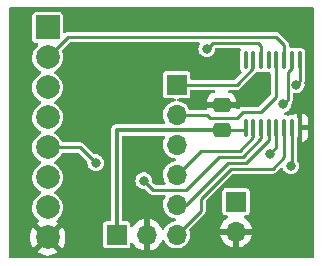
<source format=gtl>
%TF.GenerationSoftware,KiCad,Pcbnew,(6.0.11-0)*%
%TF.CreationDate,2023-09-03T14:24:23+02:00*%
%TF.ProjectId,Endstop_Levelshifter,456e6473-746f-4705-9f4c-6576656c7368,0.1*%
%TF.SameCoordinates,Original*%
%TF.FileFunction,Copper,L1,Top*%
%TF.FilePolarity,Positive*%
%FSLAX46Y46*%
G04 Gerber Fmt 4.6, Leading zero omitted, Abs format (unit mm)*
G04 Created by KiCad (PCBNEW (6.0.11-0)) date 2023-09-03 14:24:23*
%MOMM*%
%LPD*%
G01*
G04 APERTURE LIST*
G04 Aperture macros list*
%AMRoundRect*
0 Rectangle with rounded corners*
0 $1 Rounding radius*
0 $2 $3 $4 $5 $6 $7 $8 $9 X,Y pos of 4 corners*
0 Add a 4 corners polygon primitive as box body*
4,1,4,$2,$3,$4,$5,$6,$7,$8,$9,$2,$3,0*
0 Add four circle primitives for the rounded corners*
1,1,$1+$1,$2,$3*
1,1,$1+$1,$4,$5*
1,1,$1+$1,$6,$7*
1,1,$1+$1,$8,$9*
0 Add four rect primitives between the rounded corners*
20,1,$1+$1,$2,$3,$4,$5,0*
20,1,$1+$1,$4,$5,$6,$7,0*
20,1,$1+$1,$6,$7,$8,$9,0*
20,1,$1+$1,$8,$9,$2,$3,0*%
G04 Aperture macros list end*
%TA.AperFunction,ComponentPad*%
%ADD10R,2.000000X2.000000*%
%TD*%
%TA.AperFunction,ComponentPad*%
%ADD11C,2.000000*%
%TD*%
%TA.AperFunction,SMDPad,CuDef*%
%ADD12RoundRect,0.250000X0.475000X-0.337500X0.475000X0.337500X-0.475000X0.337500X-0.475000X-0.337500X0*%
%TD*%
%TA.AperFunction,ComponentPad*%
%ADD13R,1.700000X1.700000*%
%TD*%
%TA.AperFunction,ComponentPad*%
%ADD14O,1.700000X1.700000*%
%TD*%
%TA.AperFunction,SMDPad,CuDef*%
%ADD15RoundRect,0.100000X0.100000X-0.637500X0.100000X0.637500X-0.100000X0.637500X-0.100000X-0.637500X0*%
%TD*%
%TA.AperFunction,ViaPad*%
%ADD16C,0.800000*%
%TD*%
%TA.AperFunction,Conductor*%
%ADD17C,0.250000*%
%TD*%
%TA.AperFunction,Conductor*%
%ADD18C,0.350000*%
%TD*%
G04 APERTURE END LIST*
D10*
%TO.P,J1,1,Pin_1*%
%TO.N,/X-_12V*%
X90932000Y-71354000D03*
D11*
%TO.P,J1,2,Pin_2*%
%TO.N,/X+_12V*%
X90932000Y-73894000D03*
%TO.P,J1,3,Pin_3*%
%TO.N,/Y-_12V*%
X90932000Y-76434000D03*
%TO.P,J1,4,Pin_4*%
%TO.N,/Y+_12V*%
X90932000Y-78974000D03*
%TO.P,J1,5,Pin_5*%
%TO.N,/Z-_12V*%
X90932000Y-81514000D03*
%TO.P,J1,6,Pin_6*%
%TO.N,/Z+_12V*%
X90932000Y-84054000D03*
%TO.P,J1,7,Pin_7*%
%TO.N,+12V*%
X90932000Y-86594000D03*
%TO.P,J1,8,Pin_8*%
%TO.N,GND*%
X90932000Y-89134000D03*
%TD*%
D12*
%TO.P,C1,1*%
%TO.N,+3.3V*%
X105664000Y-80031500D03*
%TO.P,C1,2*%
%TO.N,GND*%
X105664000Y-77956500D03*
%TD*%
D13*
%TO.P,J4,1,Pin_1*%
%TO.N,+12V*%
X106877000Y-86096000D03*
D14*
%TO.P,J4,2,Pin_2*%
%TO.N,GND*%
X106877000Y-88636000D03*
%TD*%
D13*
%TO.P,J3,1,Pin_1*%
%TO.N,+3.3V*%
X96774000Y-88900000D03*
D14*
%TO.P,J3,2,Pin_2*%
%TO.N,GND*%
X99314000Y-88900000D03*
%TO.P,J3,3,Pin_3*%
%TO.N,/Z+_Rumba*%
X101854000Y-88900000D03*
%TD*%
D13*
%TO.P,J2,1,Pin_1*%
%TO.N,/X-_Rumba*%
X101854000Y-76200000D03*
D14*
%TO.P,J2,2,Pin_2*%
%TO.N,/X+_Rumba*%
X101854000Y-78740000D03*
%TO.P,J2,3,Pin_3*%
%TO.N,/Y-_Rumba*%
X101854000Y-81280000D03*
%TO.P,J2,4,Pin_4*%
%TO.N,/Y+_Rumba*%
X101854000Y-83820000D03*
%TO.P,J2,5,Pin_5*%
%TO.N,/Z-_Rumba*%
X101854000Y-86360000D03*
%TD*%
D15*
%TO.P,IC1,16,n.c.*%
%TO.N,unconnected-(IC1-Pad16)*%
X107707000Y-74099500D03*
%TO.P,IC1,15,6Y*%
%TO.N,/X-_Rumba*%
X108357000Y-74099500D03*
%TO.P,IC1,14,6A*%
%TO.N,/X-_12V*%
X109007000Y-74099500D03*
%TO.P,IC1,13,n.c.*%
%TO.N,unconnected-(IC1-Pad13)*%
X109657000Y-74099500D03*
%TO.P,IC1,12,5Y*%
%TO.N,/X+_Rumba*%
X110307000Y-74099500D03*
%TO.P,IC1,11,5A*%
%TO.N,/X+_12V*%
X110957000Y-74099500D03*
%TO.P,IC1,10,4Y*%
%TO.N,/Y-_Rumba*%
X111607000Y-74099500D03*
%TO.P,IC1,9,4A*%
%TO.N,/Y-_12V*%
X112257000Y-74099500D03*
%TO.P,IC1,8,GND*%
%TO.N,GND*%
X112257000Y-79824500D03*
%TO.P,IC1,7,3A*%
%TO.N,/Z+_12V*%
X111607000Y-79824500D03*
%TO.P,IC1,6,3Y*%
%TO.N,/Z+_Rumba*%
X110957000Y-79824500D03*
%TO.P,IC1,5,2A*%
%TO.N,/Z-_12V*%
X110307000Y-79824500D03*
%TO.P,IC1,4,2Y*%
%TO.N,/Z-_Rumba*%
X109657000Y-79824500D03*
%TO.P,IC1,3,1A*%
%TO.N,/Y+_12V*%
X109007000Y-79824500D03*
%TO.P,IC1,2,1Y*%
%TO.N,/Y+_Rumba*%
X108357000Y-79824500D03*
%TO.P,IC1,1,Vcc*%
%TO.N,+3.3V*%
X107707000Y-79824500D03*
%TD*%
D16*
%TO.N,GND*%
X93472000Y-79248000D03*
X93472000Y-76200000D03*
X108204000Y-76962000D03*
X103886000Y-77470000D03*
X108966000Y-75946000D03*
X99060000Y-76200000D03*
%TO.N,/X-_12V*%
X104394000Y-73152000D03*
%TO.N,/Y-_12V*%
X111976500Y-76200000D03*
%TO.N,/Z-_12V*%
X94996000Y-82804000D03*
X109728000Y-82042000D03*
%TO.N,/Z+_12V*%
X111506000Y-83058000D03*
%TO.N,/Y+_12V*%
X99060000Y-84328000D03*
%TO.N,/Y-_Rumba*%
X110871000Y-77851000D03*
%TD*%
D17*
%TO.N,/X-_12V*%
X104394000Y-73152000D02*
X104902000Y-72644000D01*
X108712000Y-72644000D02*
X109007000Y-72939000D01*
X104902000Y-72644000D02*
X108712000Y-72644000D01*
X109007000Y-72939000D02*
X109007000Y-74099500D01*
%TO.N,/Y+_12V*%
X102616000Y-85090000D02*
X105410000Y-82296000D01*
X99060000Y-84328000D02*
X99822000Y-85090000D01*
X99822000Y-85090000D02*
X102616000Y-85090000D01*
X105410000Y-82296000D02*
X107442000Y-82296000D01*
X107442000Y-82296000D02*
X109007000Y-80731000D01*
X109007000Y-80731000D02*
X109007000Y-79824500D01*
%TO.N,/Y-_12V*%
X111976500Y-76200000D02*
X112257000Y-75919500D01*
X112257000Y-75919500D02*
X112257000Y-74099500D01*
%TO.N,/Y-_Rumba*%
X110871000Y-77851000D02*
X111252000Y-77470000D01*
X111252000Y-77470000D02*
X111252000Y-75143041D01*
X111252000Y-75143041D02*
X111607000Y-74788041D01*
X111607000Y-74788041D02*
X111607000Y-74099500D01*
%TO.N,/Z-_12V*%
X94996000Y-82804000D02*
X93706000Y-81514000D01*
X93706000Y-81514000D02*
X90932000Y-81514000D01*
%TO.N,/X+_12V*%
X90932000Y-73894000D02*
X92690000Y-72136000D01*
X92690000Y-72136000D02*
X110236000Y-72136000D01*
X110236000Y-72136000D02*
X110957000Y-72857000D01*
X110957000Y-72857000D02*
X110957000Y-74099500D01*
D18*
%TO.N,+3.3V*%
X105664000Y-80031500D02*
X96774000Y-80031500D01*
X96774000Y-80031500D02*
X96774000Y-88900000D01*
D17*
%TO.N,/Z-_12V*%
X110307000Y-79824500D02*
X110307000Y-81463000D01*
X110307000Y-81463000D02*
X109728000Y-82042000D01*
%TO.N,/Z-_Rumba*%
X101854000Y-86360000D02*
X102616000Y-86360000D01*
X102616000Y-86360000D02*
X106172000Y-82804000D01*
X106172000Y-82804000D02*
X107696000Y-82804000D01*
X109657000Y-80843000D02*
X109657000Y-79824500D01*
X107696000Y-82804000D02*
X109657000Y-80843000D01*
%TO.N,/Z+_Rumba*%
X101854000Y-88900000D02*
X103886000Y-86868000D01*
X103886000Y-86868000D02*
X103886000Y-85852000D01*
X106426000Y-83312000D02*
X109982000Y-83312000D01*
X109982000Y-83312000D02*
X110957000Y-82337000D01*
X103886000Y-85852000D02*
X106426000Y-83312000D01*
X110957000Y-82337000D02*
X110957000Y-79824500D01*
%TO.N,/Z+_12V*%
X111506000Y-83058000D02*
X111607000Y-82957000D01*
X111607000Y-82957000D02*
X111607000Y-79824500D01*
%TO.N,/X-_Rumba*%
X101854000Y-76200000D02*
X106945041Y-76200000D01*
X106945041Y-76200000D02*
X108357000Y-74788041D01*
X108357000Y-74788041D02*
X108357000Y-74099500D01*
%TO.N,/X+_Rumba*%
X110307000Y-74099500D02*
X110236000Y-74170500D01*
X104648000Y-78994000D02*
X104394000Y-78740000D01*
X110236000Y-74170500D02*
X110236000Y-77216000D01*
X110236000Y-77216000D02*
X108966000Y-78486000D01*
X108966000Y-78486000D02*
X107442000Y-78486000D01*
X107442000Y-78486000D02*
X106934000Y-78994000D01*
X106934000Y-78994000D02*
X104648000Y-78994000D01*
X104394000Y-78740000D02*
X101854000Y-78740000D01*
%TO.N,+3.3V*%
X105664000Y-80031500D02*
X107500000Y-80031500D01*
X107500000Y-80031500D02*
X107707000Y-79824500D01*
%TO.N,/Y+_Rumba*%
X103886000Y-81788000D02*
X107188000Y-81788000D01*
X107188000Y-81788000D02*
X108357000Y-80619000D01*
X101854000Y-83820000D02*
X103886000Y-81788000D01*
X108357000Y-80619000D02*
X108357000Y-79824500D01*
%TD*%
%TA.AperFunction,Conductor*%
%TO.N,GND*%
G36*
X113433621Y-69662502D02*
G01*
X113480114Y-69716158D01*
X113491500Y-69768500D01*
X113491500Y-90759500D01*
X113471498Y-90827621D01*
X113417842Y-90874114D01*
X113365500Y-90885500D01*
X91104211Y-90885500D01*
X91036090Y-90865498D01*
X90989597Y-90811842D01*
X90979493Y-90741568D01*
X91008987Y-90676988D01*
X91068713Y-90638604D01*
X91094325Y-90633888D01*
X91163699Y-90628428D01*
X91173446Y-90626885D01*
X91394627Y-90573783D01*
X91404012Y-90570734D01*
X91614163Y-90483687D01*
X91622958Y-90479205D01*
X91790445Y-90376568D01*
X91799907Y-90366110D01*
X91796124Y-90357334D01*
X90944812Y-89506022D01*
X90930868Y-89498408D01*
X90929035Y-89498539D01*
X90922420Y-89502790D01*
X90070920Y-90354290D01*
X90064160Y-90366670D01*
X90069887Y-90374320D01*
X90241042Y-90479205D01*
X90249837Y-90483687D01*
X90459988Y-90570734D01*
X90469373Y-90573783D01*
X90690554Y-90626885D01*
X90700301Y-90628428D01*
X90769675Y-90633888D01*
X90836016Y-90659173D01*
X90878156Y-90716311D01*
X90882715Y-90787161D01*
X90848246Y-90849229D01*
X90785693Y-90882809D01*
X90759789Y-90885500D01*
X87802500Y-90885500D01*
X87734379Y-90865498D01*
X87687886Y-90811842D01*
X87676500Y-90759500D01*
X87676500Y-89138930D01*
X89419725Y-89138930D01*
X89437572Y-89365699D01*
X89439115Y-89375446D01*
X89492217Y-89596627D01*
X89495266Y-89606012D01*
X89582313Y-89816163D01*
X89586795Y-89824958D01*
X89689432Y-89992445D01*
X89699890Y-90001907D01*
X89708666Y-89998124D01*
X90559978Y-89146812D01*
X90566356Y-89135132D01*
X91296408Y-89135132D01*
X91296539Y-89136965D01*
X91300790Y-89143580D01*
X92152290Y-89995080D01*
X92164670Y-90001840D01*
X92172320Y-89996113D01*
X92277205Y-89824958D01*
X92281687Y-89816163D01*
X92368734Y-89606012D01*
X92371783Y-89596627D01*
X92424885Y-89375446D01*
X92426428Y-89365699D01*
X92444275Y-89138930D01*
X92444275Y-89129070D01*
X92426428Y-88902301D01*
X92424885Y-88892554D01*
X92371783Y-88671373D01*
X92368734Y-88661988D01*
X92281687Y-88451837D01*
X92277205Y-88443042D01*
X92174568Y-88275555D01*
X92164110Y-88266093D01*
X92155334Y-88269876D01*
X91304022Y-89121188D01*
X91296408Y-89135132D01*
X90566356Y-89135132D01*
X90567592Y-89132868D01*
X90567461Y-89131035D01*
X90563210Y-89124420D01*
X89711710Y-88272920D01*
X89699330Y-88266160D01*
X89691680Y-88271887D01*
X89586795Y-88443042D01*
X89582313Y-88451837D01*
X89495266Y-88661988D01*
X89492217Y-88671373D01*
X89439115Y-88892554D01*
X89437572Y-88902301D01*
X89419725Y-89129070D01*
X89419725Y-89138930D01*
X87676500Y-89138930D01*
X87676500Y-86594000D01*
X89626532Y-86594000D01*
X89646365Y-86820692D01*
X89647789Y-86826005D01*
X89647789Y-86826007D01*
X89700440Y-87022502D01*
X89705261Y-87040496D01*
X89707583Y-87045476D01*
X89707584Y-87045478D01*
X89781013Y-87202945D01*
X89801432Y-87246734D01*
X89931953Y-87433139D01*
X90092861Y-87594047D01*
X90134925Y-87623500D01*
X90152917Y-87636098D01*
X90197245Y-87691555D01*
X90204554Y-87762174D01*
X90172523Y-87825535D01*
X90146481Y-87846744D01*
X90073552Y-87891435D01*
X90064093Y-87901890D01*
X90067876Y-87910666D01*
X90919188Y-88761978D01*
X90933132Y-88769592D01*
X90934965Y-88769461D01*
X90941580Y-88765210D01*
X91793080Y-87913710D01*
X91799840Y-87901330D01*
X91794115Y-87893682D01*
X91717519Y-87846744D01*
X91669888Y-87794096D01*
X91658281Y-87724055D01*
X91686384Y-87658857D01*
X91711083Y-87636098D01*
X91729075Y-87623500D01*
X91771139Y-87594047D01*
X91932047Y-87433139D01*
X92062568Y-87246734D01*
X92082988Y-87202945D01*
X92156416Y-87045478D01*
X92156417Y-87045476D01*
X92158739Y-87040496D01*
X92163561Y-87022502D01*
X92216211Y-86826007D01*
X92216211Y-86826005D01*
X92217635Y-86820692D01*
X92237468Y-86594000D01*
X92217635Y-86367308D01*
X92211907Y-86345929D01*
X92160162Y-86152814D01*
X92160161Y-86152812D01*
X92158739Y-86147504D01*
X92143235Y-86114256D01*
X92064891Y-85946247D01*
X92064889Y-85946244D01*
X92062568Y-85941266D01*
X91932047Y-85754861D01*
X91771139Y-85593953D01*
X91584734Y-85463432D01*
X91579756Y-85461111D01*
X91579753Y-85461109D01*
X91540984Y-85443031D01*
X91530613Y-85438195D01*
X91477328Y-85391278D01*
X91457867Y-85323000D01*
X91478409Y-85255041D01*
X91530613Y-85209805D01*
X91579753Y-85186891D01*
X91579756Y-85186889D01*
X91584734Y-85184568D01*
X91771139Y-85054047D01*
X91932047Y-84893139D01*
X92062568Y-84706734D01*
X92089791Y-84648356D01*
X92156416Y-84505478D01*
X92156417Y-84505476D01*
X92158739Y-84500496D01*
X92180132Y-84420658D01*
X92216211Y-84286007D01*
X92216211Y-84286005D01*
X92217635Y-84280692D01*
X92237468Y-84054000D01*
X92217635Y-83827308D01*
X92211429Y-83804148D01*
X92160162Y-83612814D01*
X92160161Y-83612812D01*
X92158739Y-83607504D01*
X92119890Y-83524193D01*
X92064891Y-83406247D01*
X92064889Y-83406244D01*
X92062568Y-83401266D01*
X91932047Y-83214861D01*
X91771139Y-83053953D01*
X91584734Y-82923432D01*
X91579756Y-82921111D01*
X91579753Y-82921109D01*
X91530613Y-82898195D01*
X91477328Y-82851278D01*
X91457867Y-82783000D01*
X91478409Y-82715041D01*
X91530613Y-82669805D01*
X91579753Y-82646891D01*
X91579756Y-82646889D01*
X91584734Y-82644568D01*
X91771139Y-82514047D01*
X91932047Y-82353139D01*
X92062568Y-82166734D01*
X92064891Y-82161753D01*
X92134606Y-82012250D01*
X92181524Y-81958965D01*
X92248801Y-81939500D01*
X93477562Y-81939500D01*
X93545683Y-81959502D01*
X93566657Y-81976405D01*
X94257680Y-82667428D01*
X94291706Y-82729740D01*
X94293507Y-82772967D01*
X94290394Y-82796611D01*
X94308999Y-82965135D01*
X94332438Y-83029185D01*
X94355025Y-83090905D01*
X94367266Y-83124356D01*
X94371502Y-83130659D01*
X94371502Y-83130660D01*
X94384574Y-83150113D01*
X94461830Y-83265083D01*
X94467442Y-83270190D01*
X94467445Y-83270193D01*
X94581612Y-83374077D01*
X94581616Y-83374080D01*
X94587233Y-83379191D01*
X94593906Y-83382814D01*
X94593910Y-83382817D01*
X94729558Y-83456467D01*
X94729560Y-83456468D01*
X94736235Y-83460092D01*
X94743584Y-83462020D01*
X94892883Y-83501188D01*
X94892885Y-83501188D01*
X94900233Y-83503116D01*
X94986609Y-83504473D01*
X95062161Y-83505660D01*
X95062164Y-83505660D01*
X95069760Y-83505779D01*
X95077165Y-83504083D01*
X95077166Y-83504083D01*
X95137586Y-83490245D01*
X95235029Y-83467928D01*
X95386498Y-83391747D01*
X95515423Y-83281634D01*
X95614361Y-83143947D01*
X95622237Y-83124356D01*
X95674766Y-82993687D01*
X95674767Y-82993685D01*
X95677601Y-82986634D01*
X95686926Y-82921109D01*
X95700909Y-82822862D01*
X95700909Y-82822859D01*
X95701490Y-82818778D01*
X95701645Y-82804000D01*
X95681276Y-82635680D01*
X95621345Y-82477077D01*
X95571349Y-82404333D01*
X95529614Y-82343608D01*
X95529613Y-82343607D01*
X95525312Y-82337349D01*
X95519641Y-82332296D01*
X95404392Y-82229612D01*
X95404388Y-82229610D01*
X95398721Y-82224560D01*
X95377833Y-82213500D01*
X95310665Y-82177937D01*
X95248881Y-82145224D01*
X95084441Y-82103919D01*
X95076843Y-82103879D01*
X95076841Y-82103879D01*
X94979216Y-82103368D01*
X94948487Y-82103207D01*
X94880472Y-82082849D01*
X94860052Y-82066304D01*
X93959220Y-81165472D01*
X93937837Y-81154577D01*
X93920991Y-81144253D01*
X93909604Y-81135980D01*
X93901581Y-81130151D01*
X93892150Y-81127087D01*
X93892147Y-81127085D01*
X93878763Y-81122736D01*
X93860502Y-81115172D01*
X93847964Y-81108784D01*
X93847963Y-81108784D01*
X93839126Y-81104281D01*
X93815429Y-81100528D01*
X93796210Y-81095914D01*
X93773393Y-81088500D01*
X92248801Y-81088500D01*
X92180680Y-81068498D01*
X92134606Y-81015750D01*
X92064891Y-80866247D01*
X92064889Y-80866244D01*
X92062568Y-80861266D01*
X91932047Y-80674861D01*
X91771139Y-80513953D01*
X91584734Y-80383432D01*
X91579756Y-80381111D01*
X91579753Y-80381109D01*
X91530613Y-80358195D01*
X91477328Y-80311278D01*
X91457867Y-80243000D01*
X91478409Y-80175041D01*
X91530613Y-80129805D01*
X91579753Y-80106891D01*
X91579756Y-80106889D01*
X91584734Y-80104568D01*
X91771139Y-79974047D01*
X91932047Y-79813139D01*
X92062568Y-79626734D01*
X92065697Y-79620025D01*
X92156416Y-79425478D01*
X92156417Y-79425476D01*
X92158739Y-79420496D01*
X92163235Y-79403719D01*
X92216211Y-79206007D01*
X92216211Y-79206005D01*
X92217635Y-79200692D01*
X92237468Y-78974000D01*
X92217635Y-78747308D01*
X92210575Y-78720960D01*
X92160162Y-78532814D01*
X92160161Y-78532812D01*
X92158739Y-78527504D01*
X92117351Y-78438747D01*
X92064891Y-78326247D01*
X92064889Y-78326244D01*
X92062568Y-78321266D01*
X91932047Y-78134861D01*
X91771139Y-77973953D01*
X91584734Y-77843432D01*
X91579756Y-77841111D01*
X91579753Y-77841109D01*
X91530613Y-77818195D01*
X91477328Y-77771278D01*
X91457867Y-77703000D01*
X91478409Y-77635041D01*
X91530613Y-77589805D01*
X91579753Y-77566891D01*
X91579756Y-77566889D01*
X91584734Y-77564568D01*
X91771139Y-77434047D01*
X91932047Y-77273139D01*
X92062568Y-77086734D01*
X92077048Y-77055683D01*
X92156416Y-76885478D01*
X92156417Y-76885476D01*
X92158739Y-76880496D01*
X92160910Y-76872396D01*
X92216211Y-76666007D01*
X92216211Y-76666005D01*
X92217635Y-76660692D01*
X92237468Y-76434000D01*
X92217635Y-76207308D01*
X92158739Y-75987504D01*
X92062568Y-75781266D01*
X91932047Y-75594861D01*
X91771139Y-75433953D01*
X91584734Y-75303432D01*
X91579756Y-75301111D01*
X91579753Y-75301109D01*
X91530613Y-75278195D01*
X91477328Y-75231278D01*
X91457867Y-75163000D01*
X91478409Y-75095041D01*
X91530613Y-75049805D01*
X91531268Y-75049500D01*
X91550326Y-75040613D01*
X91579753Y-75026891D01*
X91579756Y-75026889D01*
X91584734Y-75024568D01*
X91771139Y-74894047D01*
X91932047Y-74733139D01*
X92062568Y-74546734D01*
X92158739Y-74340496D01*
X92217635Y-74120692D01*
X92237468Y-73894000D01*
X92217635Y-73667308D01*
X92203106Y-73613083D01*
X92160162Y-73452814D01*
X92160161Y-73452812D01*
X92158739Y-73447504D01*
X92156416Y-73442522D01*
X92156414Y-73442516D01*
X92139261Y-73405731D01*
X92128600Y-73335539D01*
X92157581Y-73270726D01*
X92164361Y-73263387D01*
X92829343Y-72598405D01*
X92891655Y-72564379D01*
X92918438Y-72561500D01*
X103710208Y-72561500D01*
X103778329Y-72581502D01*
X103824822Y-72635158D01*
X103834926Y-72705432D01*
X103813295Y-72759951D01*
X103772113Y-72818547D01*
X103710524Y-72976513D01*
X103709532Y-72984046D01*
X103709532Y-72984047D01*
X103689798Y-73133950D01*
X103688394Y-73144611D01*
X103706999Y-73313135D01*
X103712387Y-73327858D01*
X103758115Y-73452814D01*
X103765266Y-73472356D01*
X103769502Y-73478659D01*
X103769502Y-73478660D01*
X103782574Y-73498113D01*
X103859830Y-73613083D01*
X103865442Y-73618190D01*
X103865445Y-73618193D01*
X103979612Y-73722077D01*
X103979616Y-73722080D01*
X103985233Y-73727191D01*
X103991906Y-73730814D01*
X103991910Y-73730817D01*
X104127558Y-73804467D01*
X104127560Y-73804468D01*
X104134235Y-73808092D01*
X104141584Y-73810020D01*
X104290883Y-73849188D01*
X104290885Y-73849188D01*
X104298233Y-73851116D01*
X104384609Y-73852473D01*
X104460161Y-73853660D01*
X104460164Y-73853660D01*
X104467760Y-73853779D01*
X104475165Y-73852083D01*
X104475166Y-73852083D01*
X104535586Y-73838245D01*
X104633029Y-73815928D01*
X104784498Y-73739747D01*
X104913423Y-73629634D01*
X105012361Y-73491947D01*
X105020237Y-73472356D01*
X105072766Y-73341687D01*
X105072767Y-73341685D01*
X105075601Y-73334634D01*
X105097929Y-73177747D01*
X105127330Y-73113124D01*
X105187001Y-73074655D01*
X105222672Y-73069500D01*
X107151884Y-73069500D01*
X107220005Y-73089502D01*
X107266498Y-73143158D01*
X107276602Y-73213432D01*
X107264151Y-73252702D01*
X107221354Y-73336696D01*
X107206500Y-73430481D01*
X107206501Y-74768518D01*
X107221354Y-74862304D01*
X107278950Y-74975342D01*
X107334356Y-75030748D01*
X107368382Y-75093060D01*
X107363317Y-75163875D01*
X107334360Y-75208933D01*
X106805696Y-75737597D01*
X106743386Y-75771621D01*
X106716603Y-75774500D01*
X103130500Y-75774500D01*
X103062379Y-75754498D01*
X103015886Y-75700842D01*
X103004500Y-75648500D01*
X103004500Y-75305354D01*
X103001382Y-75279154D01*
X102971179Y-75211156D01*
X102960663Y-75187482D01*
X102955939Y-75176847D01*
X102944072Y-75165000D01*
X102899733Y-75120739D01*
X102876713Y-75097759D01*
X102866076Y-75093056D01*
X102866074Y-75093055D01*
X102802728Y-75065050D01*
X102774327Y-75052494D01*
X102748646Y-75049500D01*
X100959354Y-75049500D01*
X100955650Y-75049941D01*
X100955647Y-75049941D01*
X100948254Y-75050821D01*
X100933154Y-75052618D01*
X100924514Y-75056456D01*
X100924513Y-75056456D01*
X100889861Y-75071848D01*
X100830847Y-75098061D01*
X100822628Y-75106294D01*
X100822627Y-75106295D01*
X100794953Y-75134018D01*
X100751759Y-75177287D01*
X100747056Y-75187924D01*
X100747055Y-75187926D01*
X100727146Y-75232959D01*
X100706494Y-75279673D01*
X100703500Y-75305354D01*
X100703500Y-77094646D01*
X100706618Y-77120846D01*
X100710456Y-77129486D01*
X100710456Y-77129487D01*
X100720563Y-77152240D01*
X100752061Y-77223153D01*
X100831287Y-77302241D01*
X100841924Y-77306944D01*
X100841926Y-77306945D01*
X100901462Y-77333265D01*
X100933673Y-77347506D01*
X100959354Y-77350500D01*
X101668988Y-77350500D01*
X101737109Y-77370502D01*
X101783602Y-77424158D01*
X101793706Y-77494432D01*
X101764212Y-77559012D01*
X101704486Y-77597396D01*
X101690326Y-77600680D01*
X101560650Y-77622962D01*
X101560649Y-77622962D01*
X101554953Y-77623941D01*
X101356575Y-77697127D01*
X101351614Y-77700079D01*
X101351613Y-77700079D01*
X101334089Y-77710505D01*
X101174856Y-77805238D01*
X101015881Y-77944655D01*
X100884976Y-78110708D01*
X100882287Y-78115819D01*
X100882285Y-78115822D01*
X100868792Y-78141469D01*
X100786523Y-78297836D01*
X100723820Y-78499773D01*
X100698967Y-78709754D01*
X100712796Y-78920749D01*
X100714217Y-78926345D01*
X100714218Y-78926350D01*
X100738168Y-79020652D01*
X100764845Y-79125690D01*
X100767262Y-79130933D01*
X100803692Y-79209955D01*
X100853369Y-79317714D01*
X100856700Y-79322427D01*
X100856705Y-79322436D01*
X100881331Y-79357281D01*
X100904312Y-79424455D01*
X100887327Y-79493390D01*
X100835769Y-79542199D01*
X100778434Y-79556000D01*
X96782095Y-79556000D01*
X96781325Y-79555998D01*
X96780437Y-79555993D01*
X96708804Y-79555555D01*
X96700174Y-79558021D01*
X96700170Y-79558022D01*
X96682753Y-79563000D01*
X96665992Y-79566578D01*
X96648059Y-79569146D01*
X96648058Y-79569146D01*
X96639171Y-79570419D01*
X96630998Y-79574135D01*
X96617867Y-79580105D01*
X96600343Y-79586553D01*
X96577842Y-79592984D01*
X96558401Y-79605250D01*
X96554932Y-79607439D01*
X96539849Y-79615577D01*
X96523357Y-79623075D01*
X96523351Y-79623079D01*
X96515180Y-79626794D01*
X96508376Y-79632656D01*
X96508377Y-79632656D01*
X96497449Y-79642072D01*
X96482442Y-79653177D01*
X96462650Y-79665665D01*
X96456708Y-79672393D01*
X96456707Y-79672394D01*
X96444711Y-79685977D01*
X96432524Y-79698016D01*
X96411996Y-79715704D01*
X96407112Y-79723239D01*
X96399267Y-79735342D01*
X96387976Y-79750217D01*
X96372487Y-79767755D01*
X96368672Y-79775881D01*
X96360974Y-79792277D01*
X96352652Y-79807260D01*
X96337913Y-79829999D01*
X96335341Y-79838600D01*
X96331209Y-79852417D01*
X96324548Y-79869861D01*
X96314601Y-79891048D01*
X96313221Y-79899914D01*
X96310432Y-79917823D01*
X96306649Y-79934538D01*
X96298887Y-79960494D01*
X96298832Y-79969470D01*
X96298832Y-79969471D01*
X96298690Y-79992746D01*
X96298662Y-79993416D01*
X96298500Y-79994456D01*
X96298500Y-80023405D01*
X96298498Y-80024175D01*
X96298055Y-80096696D01*
X96298419Y-80097969D01*
X96298500Y-80099160D01*
X96298500Y-87623500D01*
X96278498Y-87691621D01*
X96224842Y-87738114D01*
X96172500Y-87749500D01*
X95879354Y-87749500D01*
X95875650Y-87749941D01*
X95875647Y-87749941D01*
X95868254Y-87750821D01*
X95853154Y-87752618D01*
X95844514Y-87756456D01*
X95844513Y-87756456D01*
X95782041Y-87784205D01*
X95750847Y-87798061D01*
X95742628Y-87806294D01*
X95742627Y-87806295D01*
X95723421Y-87825535D01*
X95671759Y-87877287D01*
X95667056Y-87887924D01*
X95667055Y-87887926D01*
X95657002Y-87910666D01*
X95626494Y-87979673D01*
X95623500Y-88005354D01*
X95623500Y-89794646D01*
X95626618Y-89820846D01*
X95630456Y-89829486D01*
X95630456Y-89829487D01*
X95664527Y-89906191D01*
X95672061Y-89923153D01*
X95680294Y-89931372D01*
X95680295Y-89931373D01*
X95706363Y-89957395D01*
X95751287Y-90002241D01*
X95761924Y-90006944D01*
X95761926Y-90006945D01*
X95799382Y-90023504D01*
X95853673Y-90047506D01*
X95879354Y-90050500D01*
X97668646Y-90050500D01*
X97672350Y-90050059D01*
X97672353Y-90050059D01*
X97679746Y-90049179D01*
X97694846Y-90047382D01*
X97797153Y-90001939D01*
X97806631Y-89992445D01*
X97868023Y-89930945D01*
X97876241Y-89922713D01*
X97883546Y-89906191D01*
X97907265Y-89852538D01*
X97921506Y-89820327D01*
X97924500Y-89794646D01*
X97924500Y-89678493D01*
X97944502Y-89610372D01*
X97998158Y-89563879D01*
X98068432Y-89553775D01*
X98133012Y-89583269D01*
X98157933Y-89612658D01*
X98211694Y-89700388D01*
X98217777Y-89708699D01*
X98357213Y-89869667D01*
X98364580Y-89876883D01*
X98528434Y-90012916D01*
X98536881Y-90018831D01*
X98720756Y-90126279D01*
X98730042Y-90130729D01*
X98929001Y-90206703D01*
X98938899Y-90209579D01*
X99042250Y-90230606D01*
X99056299Y-90229410D01*
X99060000Y-90219065D01*
X99060000Y-87583102D01*
X99056082Y-87569758D01*
X99041806Y-87567771D01*
X99003324Y-87573660D01*
X98993288Y-87576051D01*
X98790868Y-87642212D01*
X98781359Y-87646209D01*
X98592463Y-87744542D01*
X98583738Y-87750036D01*
X98413433Y-87877905D01*
X98405726Y-87884748D01*
X98258590Y-88038717D01*
X98252104Y-88046727D01*
X98154588Y-88189680D01*
X98099677Y-88234683D01*
X98029152Y-88242854D01*
X97965405Y-88211600D01*
X97928675Y-88150843D01*
X97924500Y-88118676D01*
X97924500Y-88005354D01*
X97921382Y-87979154D01*
X97875939Y-87876847D01*
X97845784Y-87846744D01*
X97804945Y-87805977D01*
X97796713Y-87797759D01*
X97786076Y-87793056D01*
X97786074Y-87793055D01*
X97716222Y-87762174D01*
X97694327Y-87752494D01*
X97668646Y-87749500D01*
X97375500Y-87749500D01*
X97307379Y-87729498D01*
X97260886Y-87675842D01*
X97249500Y-87623500D01*
X97249500Y-80633000D01*
X97269502Y-80564879D01*
X97323158Y-80518386D01*
X97375500Y-80507000D01*
X100751918Y-80507000D01*
X100820039Y-80527002D01*
X100866532Y-80580658D01*
X100876636Y-80650932D01*
X100863426Y-80691667D01*
X100786523Y-80837836D01*
X100723820Y-81039773D01*
X100698967Y-81249754D01*
X100712796Y-81460749D01*
X100714217Y-81466345D01*
X100714218Y-81466350D01*
X100736784Y-81555200D01*
X100764845Y-81665690D01*
X100767262Y-81670933D01*
X100803692Y-81749955D01*
X100853369Y-81857714D01*
X100975405Y-82030391D01*
X101126865Y-82177937D01*
X101131661Y-82181142D01*
X101131664Y-82181144D01*
X101217471Y-82238478D01*
X101302677Y-82295411D01*
X101307985Y-82297692D01*
X101307986Y-82297692D01*
X101491650Y-82376600D01*
X101491653Y-82376601D01*
X101496953Y-82378878D01*
X101502582Y-82380152D01*
X101502583Y-82380152D01*
X101697550Y-82424269D01*
X101697553Y-82424269D01*
X101703186Y-82425544D01*
X101708958Y-82425771D01*
X101714687Y-82426525D01*
X101714327Y-82429257D01*
X101770604Y-82448216D01*
X101814950Y-82503659D01*
X101822282Y-82574276D01*
X101790271Y-82637647D01*
X101729081Y-82673651D01*
X101719704Y-82675632D01*
X101560650Y-82702962D01*
X101560649Y-82702962D01*
X101554953Y-82703941D01*
X101356575Y-82777127D01*
X101351614Y-82780079D01*
X101351613Y-82780079D01*
X101186266Y-82878450D01*
X101174856Y-82885238D01*
X101015881Y-83024655D01*
X100884976Y-83190708D01*
X100882287Y-83195819D01*
X100882285Y-83195822D01*
X100854998Y-83247687D01*
X100786523Y-83377836D01*
X100723820Y-83579773D01*
X100698967Y-83789754D01*
X100703705Y-83862045D01*
X100712390Y-83994547D01*
X100712796Y-84000749D01*
X100714217Y-84006345D01*
X100714218Y-84006350D01*
X100751356Y-84152577D01*
X100764845Y-84205690D01*
X100767262Y-84210933D01*
X100821305Y-84328161D01*
X100853369Y-84397714D01*
X100856702Y-84402430D01*
X100901473Y-84465780D01*
X100924454Y-84532954D01*
X100907469Y-84601889D01*
X100855912Y-84650699D01*
X100798576Y-84664500D01*
X100050438Y-84664500D01*
X99982317Y-84644498D01*
X99961343Y-84627595D01*
X99798925Y-84465177D01*
X99764899Y-84402865D01*
X99763277Y-84358329D01*
X99764909Y-84346863D01*
X99764909Y-84346857D01*
X99765490Y-84342778D01*
X99765645Y-84328000D01*
X99763840Y-84313080D01*
X99750844Y-84205690D01*
X99745276Y-84159680D01*
X99685345Y-84001077D01*
X99589312Y-83861349D01*
X99557256Y-83832788D01*
X99468392Y-83753612D01*
X99468388Y-83753610D01*
X99462721Y-83748560D01*
X99441833Y-83737500D01*
X99382955Y-83706326D01*
X99312881Y-83669224D01*
X99148441Y-83627919D01*
X99140843Y-83627879D01*
X99140841Y-83627879D01*
X99063668Y-83627475D01*
X98978895Y-83627031D01*
X98971508Y-83628805D01*
X98971504Y-83628805D01*
X98839373Y-83660528D01*
X98814032Y-83666612D01*
X98807288Y-83670093D01*
X98807285Y-83670094D01*
X98682627Y-83734435D01*
X98663369Y-83744375D01*
X98657647Y-83749367D01*
X98657645Y-83749368D01*
X98648627Y-83757235D01*
X98535604Y-83855831D01*
X98438113Y-83994547D01*
X98376524Y-84152513D01*
X98375532Y-84160046D01*
X98375532Y-84160047D01*
X98358950Y-84286007D01*
X98354394Y-84320611D01*
X98372999Y-84489135D01*
X98375609Y-84496266D01*
X98423669Y-84627595D01*
X98431266Y-84648356D01*
X98525830Y-84789083D01*
X98531442Y-84794190D01*
X98531445Y-84794193D01*
X98645612Y-84898077D01*
X98645616Y-84898080D01*
X98651233Y-84903191D01*
X98657906Y-84906814D01*
X98657910Y-84906817D01*
X98793558Y-84980467D01*
X98793560Y-84980468D01*
X98800235Y-84984092D01*
X98807584Y-84986020D01*
X98956883Y-85025188D01*
X98956885Y-85025188D01*
X98964233Y-85027116D01*
X99049172Y-85028450D01*
X99109422Y-85029397D01*
X99177220Y-85050466D01*
X99196538Y-85066286D01*
X99568780Y-85438528D01*
X99590156Y-85449419D01*
X99607011Y-85459749D01*
X99616423Y-85466587D01*
X99626419Y-85473850D01*
X99649237Y-85481264D01*
X99667498Y-85488827D01*
X99688874Y-85499719D01*
X99698665Y-85501270D01*
X99698672Y-85501272D01*
X99712569Y-85503473D01*
X99731788Y-85508087D01*
X99745173Y-85512436D01*
X99745180Y-85512437D01*
X99754607Y-85515500D01*
X100794857Y-85515500D01*
X100862978Y-85535502D01*
X100909471Y-85589158D01*
X100919575Y-85659432D01*
X100893807Y-85719506D01*
X100884976Y-85730708D01*
X100882287Y-85735819D01*
X100882285Y-85735822D01*
X100832400Y-85830638D01*
X100786523Y-85917836D01*
X100723820Y-86119773D01*
X100698967Y-86329754D01*
X100712796Y-86540749D01*
X100714217Y-86546345D01*
X100714218Y-86546350D01*
X100751146Y-86691752D01*
X100764845Y-86745690D01*
X100767262Y-86750933D01*
X100803692Y-86829955D01*
X100853369Y-86937714D01*
X100975405Y-87110391D01*
X100993721Y-87128234D01*
X101115125Y-87246500D01*
X101126865Y-87257937D01*
X101131661Y-87261142D01*
X101131664Y-87261144D01*
X101218885Y-87319423D01*
X101302677Y-87375411D01*
X101307985Y-87377692D01*
X101307986Y-87377692D01*
X101491650Y-87456600D01*
X101491653Y-87456601D01*
X101496953Y-87458878D01*
X101502582Y-87460152D01*
X101502583Y-87460152D01*
X101697550Y-87504269D01*
X101697553Y-87504269D01*
X101703186Y-87505544D01*
X101708958Y-87505771D01*
X101714687Y-87506525D01*
X101714327Y-87509257D01*
X101770604Y-87528216D01*
X101814950Y-87583659D01*
X101822282Y-87654276D01*
X101790271Y-87717647D01*
X101729081Y-87753651D01*
X101719705Y-87755632D01*
X101681631Y-87762174D01*
X101560650Y-87782962D01*
X101560649Y-87782962D01*
X101554953Y-87783941D01*
X101356575Y-87857127D01*
X101351614Y-87860079D01*
X101351613Y-87860079D01*
X101266584Y-87910666D01*
X101174856Y-87965238D01*
X101015881Y-88104655D01*
X100884976Y-88270708D01*
X100882287Y-88275819D01*
X100882285Y-88275822D01*
X100808155Y-88416720D01*
X100758736Y-88467692D01*
X100689603Y-88483855D01*
X100622707Y-88460076D01*
X100581097Y-88408294D01*
X100516971Y-88260814D01*
X100512105Y-88251739D01*
X100396426Y-88072926D01*
X100390136Y-88064757D01*
X100246806Y-87907240D01*
X100239273Y-87900215D01*
X100072139Y-87768222D01*
X100063552Y-87762517D01*
X99877117Y-87659599D01*
X99867705Y-87655369D01*
X99666959Y-87584280D01*
X99656988Y-87581646D01*
X99585837Y-87568972D01*
X99572540Y-87570432D01*
X99568000Y-87584989D01*
X99568000Y-90218517D01*
X99572064Y-90232359D01*
X99585478Y-90234393D01*
X99592184Y-90233534D01*
X99602262Y-90231392D01*
X99806255Y-90170191D01*
X99815842Y-90166433D01*
X100007095Y-90072739D01*
X100015945Y-90067464D01*
X100189328Y-89943792D01*
X100197200Y-89937139D01*
X100348052Y-89786812D01*
X100354730Y-89778965D01*
X100479003Y-89606020D01*
X100484313Y-89597183D01*
X100578670Y-89406267D01*
X100582019Y-89397809D01*
X100625693Y-89341836D01*
X100692696Y-89318359D01*
X100761755Y-89334835D01*
X100813597Y-89391442D01*
X100838149Y-89444699D01*
X100853369Y-89477714D01*
X100975405Y-89650391D01*
X101005586Y-89679792D01*
X101119727Y-89790983D01*
X101126865Y-89797937D01*
X101131661Y-89801142D01*
X101131664Y-89801144D01*
X101223159Y-89862279D01*
X101302677Y-89915411D01*
X101307985Y-89917692D01*
X101307986Y-89917692D01*
X101491650Y-89996600D01*
X101491653Y-89996601D01*
X101496953Y-89998878D01*
X101502582Y-90000152D01*
X101502583Y-90000152D01*
X101697550Y-90044269D01*
X101697553Y-90044269D01*
X101703186Y-90045544D01*
X101708957Y-90045771D01*
X101708959Y-90045771D01*
X101770989Y-90048208D01*
X101914470Y-90053846D01*
X101920179Y-90053018D01*
X101920183Y-90053018D01*
X102118015Y-90024333D01*
X102118019Y-90024332D01*
X102123730Y-90023504D01*
X102196276Y-89998878D01*
X102318483Y-89957395D01*
X102318488Y-89957393D01*
X102323955Y-89955537D01*
X102328998Y-89952713D01*
X102503395Y-89855046D01*
X102503399Y-89855043D01*
X102508442Y-89852219D01*
X102671012Y-89717012D01*
X102806219Y-89554442D01*
X102809043Y-89549399D01*
X102809046Y-89549395D01*
X102906713Y-89374998D01*
X102906714Y-89374996D01*
X102909537Y-89369955D01*
X102911393Y-89364488D01*
X102911395Y-89364483D01*
X102975647Y-89175200D01*
X102977504Y-89169730D01*
X102982878Y-89132672D01*
X103007314Y-88964140D01*
X103007314Y-88964138D01*
X103007846Y-88960470D01*
X103009325Y-88903966D01*
X105545257Y-88903966D01*
X105575565Y-89038446D01*
X105578645Y-89048275D01*
X105658770Y-89245603D01*
X105663413Y-89254794D01*
X105774694Y-89436388D01*
X105780777Y-89444699D01*
X105920213Y-89605667D01*
X105927580Y-89612883D01*
X106091434Y-89748916D01*
X106099881Y-89754831D01*
X106283756Y-89862279D01*
X106293042Y-89866729D01*
X106492001Y-89942703D01*
X106501899Y-89945579D01*
X106605250Y-89966606D01*
X106619299Y-89965410D01*
X106623000Y-89955065D01*
X106623000Y-89954517D01*
X107131000Y-89954517D01*
X107135064Y-89968359D01*
X107148478Y-89970393D01*
X107155184Y-89969534D01*
X107165262Y-89967392D01*
X107369255Y-89906191D01*
X107378842Y-89902433D01*
X107570095Y-89808739D01*
X107578945Y-89803464D01*
X107752328Y-89679792D01*
X107760200Y-89673139D01*
X107911052Y-89522812D01*
X107917730Y-89514965D01*
X108042003Y-89342020D01*
X108047313Y-89333183D01*
X108141670Y-89142267D01*
X108145469Y-89132672D01*
X108207377Y-88928910D01*
X108209555Y-88918837D01*
X108210986Y-88907962D01*
X108208775Y-88893778D01*
X108195617Y-88890000D01*
X107149115Y-88890000D01*
X107133876Y-88894475D01*
X107132671Y-88895865D01*
X107131000Y-88903548D01*
X107131000Y-89954517D01*
X106623000Y-89954517D01*
X106623000Y-88908115D01*
X106618525Y-88892876D01*
X106617135Y-88891671D01*
X106609452Y-88890000D01*
X105560225Y-88890000D01*
X105546694Y-88893973D01*
X105545257Y-88903966D01*
X103009325Y-88903966D01*
X103009429Y-88900000D01*
X102990081Y-88689440D01*
X102938901Y-88507968D01*
X102939661Y-88436977D01*
X102971075Y-88384673D01*
X102985565Y-88370183D01*
X105541389Y-88370183D01*
X105542912Y-88378607D01*
X105555292Y-88382000D01*
X108195344Y-88382000D01*
X108208875Y-88378027D01*
X108210180Y-88368947D01*
X108168214Y-88201875D01*
X108164894Y-88192124D01*
X108079972Y-87996814D01*
X108075105Y-87987739D01*
X107959426Y-87808926D01*
X107953136Y-87800757D01*
X107809806Y-87643240D01*
X107802273Y-87636215D01*
X107635139Y-87504222D01*
X107626552Y-87498517D01*
X107598096Y-87482808D01*
X107548125Y-87432375D01*
X107533354Y-87362932D01*
X107558471Y-87296527D01*
X107615502Y-87254243D01*
X107658990Y-87246500D01*
X107771646Y-87246500D01*
X107775350Y-87246059D01*
X107775353Y-87246059D01*
X107782746Y-87245179D01*
X107797846Y-87243382D01*
X107900153Y-87197939D01*
X107979241Y-87118713D01*
X108024506Y-87016327D01*
X108027500Y-86990646D01*
X108027500Y-85201354D01*
X108024382Y-85175154D01*
X107978939Y-85072847D01*
X107956205Y-85050152D01*
X107907945Y-85001977D01*
X107899713Y-84993759D01*
X107889076Y-84989056D01*
X107889074Y-84989055D01*
X107829538Y-84962735D01*
X107797327Y-84948494D01*
X107771646Y-84945500D01*
X105982354Y-84945500D01*
X105978650Y-84945941D01*
X105978647Y-84945941D01*
X105971254Y-84946821D01*
X105956154Y-84948618D01*
X105947514Y-84952456D01*
X105947513Y-84952456D01*
X105876290Y-84984092D01*
X105853847Y-84994061D01*
X105774759Y-85073287D01*
X105729494Y-85175673D01*
X105726500Y-85201354D01*
X105726500Y-86990646D01*
X105729618Y-87016846D01*
X105733456Y-87025486D01*
X105733456Y-87025487D01*
X105758998Y-87082991D01*
X105775061Y-87119153D01*
X105854287Y-87198241D01*
X105864924Y-87202944D01*
X105864926Y-87202945D01*
X105924462Y-87229265D01*
X105956673Y-87243506D01*
X105982354Y-87246500D01*
X106090579Y-87246500D01*
X106158700Y-87266502D01*
X106205193Y-87320158D01*
X106215297Y-87390432D01*
X106185803Y-87455012D01*
X106157719Y-87479122D01*
X106146735Y-87486039D01*
X105976433Y-87613905D01*
X105968726Y-87620748D01*
X105821590Y-87774717D01*
X105815104Y-87782727D01*
X105695098Y-87958649D01*
X105690000Y-87967623D01*
X105600338Y-88160783D01*
X105596775Y-88170470D01*
X105541389Y-88370183D01*
X102985565Y-88370183D01*
X104234528Y-87121220D01*
X104245423Y-87099837D01*
X104255747Y-87082991D01*
X104264020Y-87071604D01*
X104269849Y-87063581D01*
X104272913Y-87054150D01*
X104272915Y-87054147D01*
X104277264Y-87040763D01*
X104284828Y-87022502D01*
X104291216Y-87009964D01*
X104291216Y-87009963D01*
X104295719Y-87001126D01*
X104299472Y-86977429D01*
X104304086Y-86958210D01*
X104311500Y-86935393D01*
X104311500Y-86080438D01*
X104331502Y-86012317D01*
X104348405Y-85991343D01*
X106565343Y-83774405D01*
X106627655Y-83740379D01*
X106654438Y-83737500D01*
X110049393Y-83737500D01*
X110072210Y-83730086D01*
X110091429Y-83725472D01*
X110115126Y-83721719D01*
X110126311Y-83716020D01*
X110136502Y-83710828D01*
X110154763Y-83703264D01*
X110168147Y-83698915D01*
X110168150Y-83698913D01*
X110177581Y-83695849D01*
X110196991Y-83681747D01*
X110213837Y-83671423D01*
X110235220Y-83660528D01*
X110641270Y-83254478D01*
X110703582Y-83220452D01*
X110774397Y-83225517D01*
X110831233Y-83268064D01*
X110848690Y-83300270D01*
X110877266Y-83378356D01*
X110881502Y-83384659D01*
X110881502Y-83384660D01*
X110892661Y-83401266D01*
X110971830Y-83519083D01*
X110977442Y-83524190D01*
X110977445Y-83524193D01*
X111091612Y-83628077D01*
X111091616Y-83628080D01*
X111097233Y-83633191D01*
X111103906Y-83636814D01*
X111103910Y-83636817D01*
X111239558Y-83710467D01*
X111239560Y-83710468D01*
X111246235Y-83714092D01*
X111253584Y-83716020D01*
X111402883Y-83755188D01*
X111402885Y-83755188D01*
X111410233Y-83757116D01*
X111496609Y-83758473D01*
X111572161Y-83759660D01*
X111572164Y-83759660D01*
X111579760Y-83759779D01*
X111587165Y-83758083D01*
X111587166Y-83758083D01*
X111677037Y-83737500D01*
X111745029Y-83721928D01*
X111896498Y-83645747D01*
X112025423Y-83535634D01*
X112124361Y-83397947D01*
X112129702Y-83384660D01*
X112184766Y-83247687D01*
X112184767Y-83247685D01*
X112187601Y-83240634D01*
X112211490Y-83072778D01*
X112211645Y-83058000D01*
X112191276Y-82889680D01*
X112131345Y-82731077D01*
X112114070Y-82705942D01*
X112054660Y-82619500D01*
X112032500Y-82548133D01*
X112032500Y-81133642D01*
X112043984Y-81094529D01*
X112042695Y-81094159D01*
X112057000Y-81044347D01*
X112057000Y-81043965D01*
X112457000Y-81043965D01*
X112461044Y-81057736D01*
X112474583Y-81059765D01*
X112507533Y-81055428D01*
X112523348Y-81051190D01*
X112655993Y-80996247D01*
X112670176Y-80988059D01*
X112784080Y-80900656D01*
X112795656Y-80889080D01*
X112883059Y-80775176D01*
X112891247Y-80760993D01*
X112946190Y-80628350D01*
X112950428Y-80612532D01*
X112964462Y-80505934D01*
X112965000Y-80497725D01*
X112965000Y-80042615D01*
X112960525Y-80027376D01*
X112959135Y-80026171D01*
X112951452Y-80024500D01*
X112475115Y-80024500D01*
X112459876Y-80028975D01*
X112458671Y-80030365D01*
X112457000Y-80038048D01*
X112457000Y-81043965D01*
X112057000Y-81043965D01*
X112057000Y-80687514D01*
X112070733Y-80630312D01*
X112088144Y-80596140D01*
X112088144Y-80596139D01*
X112092646Y-80587304D01*
X112107500Y-80493519D01*
X112107499Y-79606385D01*
X112457000Y-79606385D01*
X112461475Y-79621624D01*
X112462865Y-79622829D01*
X112470548Y-79624500D01*
X112946884Y-79624500D01*
X112962123Y-79620025D01*
X112963328Y-79618635D01*
X112964999Y-79610952D01*
X112964999Y-79151277D01*
X112964461Y-79143065D01*
X112950428Y-79036467D01*
X112946190Y-79020652D01*
X112891247Y-78888007D01*
X112883059Y-78873824D01*
X112795656Y-78759920D01*
X112784080Y-78748344D01*
X112670176Y-78660941D01*
X112655993Y-78652753D01*
X112523351Y-78597811D01*
X112507531Y-78593572D01*
X112474960Y-78589284D01*
X112460778Y-78591495D01*
X112457000Y-78604652D01*
X112457000Y-79606385D01*
X112107499Y-79606385D01*
X112107499Y-79155482D01*
X112092646Y-79061696D01*
X112088143Y-79052859D01*
X112088142Y-79052855D01*
X112070733Y-79018688D01*
X112057000Y-78961486D01*
X112057000Y-78605035D01*
X112052956Y-78591264D01*
X112039417Y-78589235D01*
X112006467Y-78593572D01*
X111990652Y-78597810D01*
X111858007Y-78652753D01*
X111843824Y-78660941D01*
X111729921Y-78748343D01*
X111728662Y-78749602D01*
X111727340Y-78750324D01*
X111723370Y-78753370D01*
X111722895Y-78752751D01*
X111666348Y-78783622D01*
X111639574Y-78786500D01*
X111488026Y-78786501D01*
X111475482Y-78786501D01*
X111470589Y-78787276D01*
X111470588Y-78787276D01*
X111391494Y-78799802D01*
X111391492Y-78799803D01*
X111381696Y-78801354D01*
X111372859Y-78805857D01*
X111372855Y-78805858D01*
X111339202Y-78823005D01*
X111269425Y-78836109D01*
X111224798Y-78823005D01*
X111191140Y-78805856D01*
X111191139Y-78805856D01*
X111182304Y-78801354D01*
X111172515Y-78799804D01*
X111172513Y-78799803D01*
X111145151Y-78795470D01*
X111088519Y-78786500D01*
X111038815Y-78786500D01*
X110970694Y-78766498D01*
X110924201Y-78712842D01*
X110914097Y-78642568D01*
X110943591Y-78577988D01*
X111003317Y-78539604D01*
X111010680Y-78537682D01*
X111110029Y-78514928D01*
X111261498Y-78438747D01*
X111390423Y-78328634D01*
X111489361Y-78190947D01*
X111500104Y-78164224D01*
X111549766Y-78040687D01*
X111549767Y-78040685D01*
X111552601Y-78033634D01*
X111562103Y-77966867D01*
X111575909Y-77869862D01*
X111575909Y-77869859D01*
X111576490Y-77865778D01*
X111576645Y-77851000D01*
X111572473Y-77816528D01*
X111584145Y-77746498D01*
X111594437Y-77729311D01*
X111600528Y-77723220D01*
X111611423Y-77701837D01*
X111621747Y-77684991D01*
X111630020Y-77673604D01*
X111635849Y-77665581D01*
X111638913Y-77656150D01*
X111638915Y-77656147D01*
X111643264Y-77642763D01*
X111650828Y-77624502D01*
X111657216Y-77611964D01*
X111657216Y-77611963D01*
X111661719Y-77603126D01*
X111665472Y-77579429D01*
X111670086Y-77560210D01*
X111677500Y-77537393D01*
X111677500Y-77009118D01*
X111697502Y-76940997D01*
X111751158Y-76894504D01*
X111821432Y-76884400D01*
X111835465Y-76887240D01*
X111880733Y-76899116D01*
X111967109Y-76900473D01*
X112042661Y-76901660D01*
X112042664Y-76901660D01*
X112050260Y-76901779D01*
X112057665Y-76900083D01*
X112057666Y-76900083D01*
X112166373Y-76875186D01*
X112215529Y-76863928D01*
X112366998Y-76787747D01*
X112495923Y-76677634D01*
X112594861Y-76539947D01*
X112658101Y-76382634D01*
X112681990Y-76214778D01*
X112682145Y-76200000D01*
X112667468Y-76078715D01*
X112668106Y-76043869D01*
X112670472Y-76028930D01*
X112675086Y-76009710D01*
X112682500Y-75986893D01*
X112682500Y-75010597D01*
X112696233Y-74953394D01*
X112726472Y-74894047D01*
X112742646Y-74862304D01*
X112757500Y-74768519D01*
X112757499Y-73430482D01*
X112742646Y-73336696D01*
X112737081Y-73325773D01*
X112699849Y-73252703D01*
X112685050Y-73223658D01*
X112595342Y-73133950D01*
X112482304Y-73076354D01*
X112472515Y-73074804D01*
X112472513Y-73074803D01*
X112439029Y-73069500D01*
X112388519Y-73061500D01*
X112257027Y-73061500D01*
X112125482Y-73061501D01*
X112120589Y-73062276D01*
X112120588Y-73062276D01*
X112041494Y-73074802D01*
X112041492Y-73074803D01*
X112031696Y-73076354D01*
X112022859Y-73080857D01*
X112022855Y-73080858D01*
X111989202Y-73098005D01*
X111919425Y-73111109D01*
X111874798Y-73098005D01*
X111841140Y-73080856D01*
X111841139Y-73080856D01*
X111832304Y-73076354D01*
X111822515Y-73074804D01*
X111822513Y-73074803D01*
X111789029Y-73069500D01*
X111738519Y-73061500D01*
X111704209Y-73061500D01*
X111508501Y-73061501D01*
X111440380Y-73041499D01*
X111393887Y-72987844D01*
X111382500Y-72935501D01*
X111382500Y-72789607D01*
X111375086Y-72766790D01*
X111370472Y-72747570D01*
X111368270Y-72733668D01*
X111366719Y-72723874D01*
X111362216Y-72715036D01*
X111355828Y-72702498D01*
X111348264Y-72684237D01*
X111343915Y-72670853D01*
X111343913Y-72670850D01*
X111340849Y-72661419D01*
X111326747Y-72642009D01*
X111316423Y-72625163D01*
X111305528Y-72603780D01*
X110489220Y-71787472D01*
X110467837Y-71776577D01*
X110450991Y-71766253D01*
X110439604Y-71757980D01*
X110431581Y-71752151D01*
X110422150Y-71749087D01*
X110422147Y-71749085D01*
X110408763Y-71744736D01*
X110390502Y-71737172D01*
X110377964Y-71730784D01*
X110377963Y-71730784D01*
X110369126Y-71726281D01*
X110345429Y-71722528D01*
X110326210Y-71717914D01*
X110303393Y-71710500D01*
X92622607Y-71710500D01*
X92599790Y-71717914D01*
X92580571Y-71722528D01*
X92556874Y-71726281D01*
X92548037Y-71730784D01*
X92548036Y-71730784D01*
X92535498Y-71737172D01*
X92517237Y-71744736D01*
X92503853Y-71749085D01*
X92503850Y-71749087D01*
X92494419Y-71752151D01*
X92486396Y-71757980D01*
X92475009Y-71766253D01*
X92458163Y-71776577D01*
X92436780Y-71787472D01*
X92431372Y-71792880D01*
X92365692Y-71816314D01*
X92296541Y-71800232D01*
X92247061Y-71749318D01*
X92232500Y-71690519D01*
X92232500Y-70309354D01*
X92229382Y-70283154D01*
X92183939Y-70180847D01*
X92104713Y-70101759D01*
X92094076Y-70097056D01*
X92094074Y-70097055D01*
X92034538Y-70070735D01*
X92002327Y-70056494D01*
X91976646Y-70053500D01*
X89887354Y-70053500D01*
X89883650Y-70053941D01*
X89883647Y-70053941D01*
X89876254Y-70054821D01*
X89861154Y-70056618D01*
X89758847Y-70102061D01*
X89679759Y-70181287D01*
X89634494Y-70283673D01*
X89631500Y-70309354D01*
X89631500Y-72398646D01*
X89634618Y-72424846D01*
X89680061Y-72527153D01*
X89759287Y-72606241D01*
X89769924Y-72610944D01*
X89769926Y-72610945D01*
X89822053Y-72633990D01*
X89861673Y-72651506D01*
X89887354Y-72654500D01*
X90035215Y-72654500D01*
X90103336Y-72674502D01*
X90149829Y-72728158D01*
X90159933Y-72798432D01*
X90130439Y-72863012D01*
X90107488Y-72883711D01*
X90092861Y-72893953D01*
X89931953Y-73054861D01*
X89801432Y-73241266D01*
X89799111Y-73246244D01*
X89799109Y-73246247D01*
X89710889Y-73435434D01*
X89705261Y-73447504D01*
X89703839Y-73452812D01*
X89703838Y-73452814D01*
X89660894Y-73613083D01*
X89646365Y-73667308D01*
X89626532Y-73894000D01*
X89646365Y-74120692D01*
X89705261Y-74340496D01*
X89801432Y-74546734D01*
X89931953Y-74733139D01*
X90092861Y-74894047D01*
X90279266Y-75024568D01*
X90284244Y-75026889D01*
X90284247Y-75026891D01*
X90313674Y-75040613D01*
X90332733Y-75049500D01*
X90333387Y-75049805D01*
X90386672Y-75096722D01*
X90406133Y-75165000D01*
X90385591Y-75232959D01*
X90333387Y-75278195D01*
X90284247Y-75301109D01*
X90284244Y-75301111D01*
X90279266Y-75303432D01*
X90092861Y-75433953D01*
X89931953Y-75594861D01*
X89801432Y-75781266D01*
X89705261Y-75987504D01*
X89646365Y-76207308D01*
X89626532Y-76434000D01*
X89646365Y-76660692D01*
X89647789Y-76666005D01*
X89647789Y-76666007D01*
X89703091Y-76872396D01*
X89705261Y-76880496D01*
X89707583Y-76885476D01*
X89707584Y-76885478D01*
X89786953Y-77055683D01*
X89801432Y-77086734D01*
X89931953Y-77273139D01*
X90092861Y-77434047D01*
X90279266Y-77564568D01*
X90284244Y-77566889D01*
X90284247Y-77566891D01*
X90333387Y-77589805D01*
X90386672Y-77636722D01*
X90406133Y-77705000D01*
X90385591Y-77772959D01*
X90333387Y-77818195D01*
X90284247Y-77841109D01*
X90284244Y-77841111D01*
X90279266Y-77843432D01*
X90092861Y-77973953D01*
X89931953Y-78134861D01*
X89801432Y-78321266D01*
X89799111Y-78326244D01*
X89799109Y-78326247D01*
X89746649Y-78438747D01*
X89705261Y-78527504D01*
X89703839Y-78532812D01*
X89703838Y-78532814D01*
X89653425Y-78720960D01*
X89646365Y-78747308D01*
X89626532Y-78974000D01*
X89646365Y-79200692D01*
X89647789Y-79206005D01*
X89647789Y-79206007D01*
X89700766Y-79403719D01*
X89705261Y-79420496D01*
X89707583Y-79425476D01*
X89707584Y-79425478D01*
X89798304Y-79620025D01*
X89801432Y-79626734D01*
X89931953Y-79813139D01*
X90092861Y-79974047D01*
X90279266Y-80104568D01*
X90284244Y-80106889D01*
X90284247Y-80106891D01*
X90333387Y-80129805D01*
X90386672Y-80176722D01*
X90406133Y-80245000D01*
X90385591Y-80312959D01*
X90333387Y-80358195D01*
X90284247Y-80381109D01*
X90284244Y-80381111D01*
X90279266Y-80383432D01*
X90092861Y-80513953D01*
X89931953Y-80674861D01*
X89801432Y-80861266D01*
X89799111Y-80866244D01*
X89799109Y-80866247D01*
X89788462Y-80889080D01*
X89705261Y-81067504D01*
X89703839Y-81072812D01*
X89703838Y-81072814D01*
X89649313Y-81276305D01*
X89646365Y-81287308D01*
X89626532Y-81514000D01*
X89646365Y-81740692D01*
X89705261Y-81960496D01*
X89707583Y-81965476D01*
X89707584Y-81965478D01*
X89798643Y-82160752D01*
X89801432Y-82166734D01*
X89931953Y-82353139D01*
X90092861Y-82514047D01*
X90279266Y-82644568D01*
X90284244Y-82646889D01*
X90284247Y-82646891D01*
X90333387Y-82669805D01*
X90386672Y-82716722D01*
X90406133Y-82785000D01*
X90385591Y-82852959D01*
X90333387Y-82898195D01*
X90284247Y-82921109D01*
X90284244Y-82921111D01*
X90279266Y-82923432D01*
X90092861Y-83053953D01*
X89931953Y-83214861D01*
X89801432Y-83401266D01*
X89799111Y-83406244D01*
X89799109Y-83406247D01*
X89744110Y-83524193D01*
X89705261Y-83607504D01*
X89703839Y-83612812D01*
X89703838Y-83612814D01*
X89652571Y-83804148D01*
X89646365Y-83827308D01*
X89626532Y-84054000D01*
X89646365Y-84280692D01*
X89647789Y-84286005D01*
X89647789Y-84286007D01*
X89683869Y-84420658D01*
X89705261Y-84500496D01*
X89707583Y-84505476D01*
X89707584Y-84505478D01*
X89774210Y-84648356D01*
X89801432Y-84706734D01*
X89931953Y-84893139D01*
X90092861Y-85054047D01*
X90279266Y-85184568D01*
X90284244Y-85186889D01*
X90284247Y-85186891D01*
X90333387Y-85209805D01*
X90386672Y-85256722D01*
X90406133Y-85325000D01*
X90385591Y-85392959D01*
X90333388Y-85438195D01*
X90323016Y-85443031D01*
X90284247Y-85461109D01*
X90284244Y-85461111D01*
X90279266Y-85463432D01*
X90092861Y-85593953D01*
X89931953Y-85754861D01*
X89801432Y-85941266D01*
X89799111Y-85946244D01*
X89799109Y-85946247D01*
X89720765Y-86114256D01*
X89705261Y-86147504D01*
X89703839Y-86152812D01*
X89703838Y-86152814D01*
X89652093Y-86345929D01*
X89646365Y-86367308D01*
X89626532Y-86594000D01*
X87676500Y-86594000D01*
X87676500Y-69768500D01*
X87696502Y-69700379D01*
X87750158Y-69653886D01*
X87802500Y-69642500D01*
X113365500Y-69642500D01*
X113433621Y-69662502D01*
G37*
%TD.AperFunction*%
%TA.AperFunction,Conductor*%
G36*
X109389202Y-75100995D02*
G01*
X109422856Y-75118142D01*
X109431696Y-75122646D01*
X109441485Y-75124196D01*
X109441487Y-75124197D01*
X109468849Y-75128530D01*
X109525481Y-75137500D01*
X109537437Y-75137500D01*
X109684500Y-75137499D01*
X109752620Y-75157501D01*
X109799113Y-75211156D01*
X109810500Y-75263499D01*
X109810500Y-76987562D01*
X109790498Y-77055683D01*
X109773595Y-77076657D01*
X108826657Y-78023595D01*
X108764345Y-78057621D01*
X108737562Y-78060500D01*
X107374607Y-78060500D01*
X107351790Y-78067914D01*
X107332571Y-78072528D01*
X107308874Y-78076281D01*
X107300037Y-78080784D01*
X107300036Y-78080784D01*
X107287498Y-78087172D01*
X107269237Y-78094736D01*
X107255853Y-78099085D01*
X107255850Y-78099087D01*
X107246419Y-78102151D01*
X107238396Y-78107980D01*
X107227009Y-78116253D01*
X107210163Y-78126577D01*
X107188780Y-78137472D01*
X107092702Y-78233550D01*
X107030390Y-78267576D01*
X106959575Y-78262511D01*
X106922775Y-78234963D01*
X106920486Y-78237604D01*
X106891135Y-78212171D01*
X106883452Y-78210500D01*
X104449116Y-78210500D01*
X104433877Y-78214975D01*
X104431709Y-78217476D01*
X104398884Y-78277594D01*
X104336572Y-78311620D01*
X104309787Y-78314500D01*
X103005401Y-78314500D01*
X102937280Y-78294498D01*
X102892395Y-78244229D01*
X102841719Y-78141469D01*
X102839165Y-78136290D01*
X102712651Y-77966867D01*
X102607712Y-77869862D01*
X102561622Y-77827257D01*
X102561620Y-77827255D01*
X102557381Y-77823337D01*
X102552498Y-77820256D01*
X102383434Y-77713584D01*
X102383433Y-77713584D01*
X102378554Y-77710505D01*
X102182160Y-77632152D01*
X102176503Y-77631027D01*
X102176497Y-77631025D01*
X102020916Y-77600079D01*
X101958006Y-77567172D01*
X101922874Y-77505477D01*
X101926674Y-77434582D01*
X101968199Y-77376996D01*
X102034266Y-77351002D01*
X102045497Y-77350500D01*
X102748646Y-77350500D01*
X102752350Y-77350059D01*
X102752353Y-77350059D01*
X102759746Y-77349179D01*
X102774846Y-77347382D01*
X102877153Y-77301939D01*
X102956241Y-77222713D01*
X103001506Y-77120327D01*
X103004500Y-77094646D01*
X103004500Y-76751500D01*
X103024502Y-76683379D01*
X103078158Y-76636886D01*
X103130500Y-76625500D01*
X104997433Y-76625500D01*
X105065554Y-76645502D01*
X105112047Y-76699158D01*
X105122151Y-76769432D01*
X105092657Y-76834012D01*
X105032931Y-76872396D01*
X105027549Y-76873765D01*
X104872216Y-76925588D01*
X104859038Y-76931761D01*
X104721193Y-77017063D01*
X104709792Y-77026099D01*
X104595261Y-77140829D01*
X104586249Y-77152240D01*
X104501184Y-77290243D01*
X104495037Y-77303424D01*
X104443862Y-77457710D01*
X104440995Y-77471086D01*
X104431328Y-77565438D01*
X104431000Y-77571855D01*
X104431000Y-77684385D01*
X104435475Y-77699624D01*
X104436865Y-77700829D01*
X104444548Y-77702500D01*
X106878884Y-77702500D01*
X106894123Y-77698025D01*
X106895328Y-77696635D01*
X106896999Y-77688952D01*
X106896999Y-77571905D01*
X106896662Y-77565386D01*
X106886743Y-77469794D01*
X106883851Y-77456400D01*
X106832412Y-77302216D01*
X106826239Y-77289038D01*
X106740937Y-77151193D01*
X106731901Y-77139792D01*
X106617171Y-77025261D01*
X106605760Y-77016249D01*
X106467757Y-76931184D01*
X106454576Y-76925037D01*
X106293759Y-76871696D01*
X106294506Y-76869444D01*
X106241789Y-76840865D01*
X106207575Y-76778657D01*
X106212425Y-76707826D01*
X106254799Y-76650861D01*
X106321244Y-76625849D01*
X106330614Y-76625500D01*
X107012434Y-76625500D01*
X107035251Y-76618086D01*
X107054470Y-76613472D01*
X107078167Y-76609719D01*
X107087005Y-76605216D01*
X107099543Y-76598828D01*
X107117804Y-76591264D01*
X107131188Y-76586915D01*
X107131191Y-76586913D01*
X107140622Y-76583849D01*
X107160032Y-76569747D01*
X107176878Y-76559423D01*
X107198261Y-76548528D01*
X108612592Y-75134197D01*
X108674904Y-75100171D01*
X108745719Y-75105236D01*
X108758890Y-75111026D01*
X108781696Y-75122646D01*
X108791485Y-75124196D01*
X108791487Y-75124197D01*
X108818849Y-75128530D01*
X108875481Y-75137500D01*
X109006973Y-75137500D01*
X109138518Y-75137499D01*
X109159368Y-75134197D01*
X109222506Y-75124198D01*
X109222508Y-75124197D01*
X109232304Y-75122646D01*
X109241141Y-75118143D01*
X109241145Y-75118142D01*
X109274798Y-75100995D01*
X109344575Y-75087891D01*
X109389202Y-75100995D01*
G37*
%TD.AperFunction*%
%TD*%
M02*

</source>
